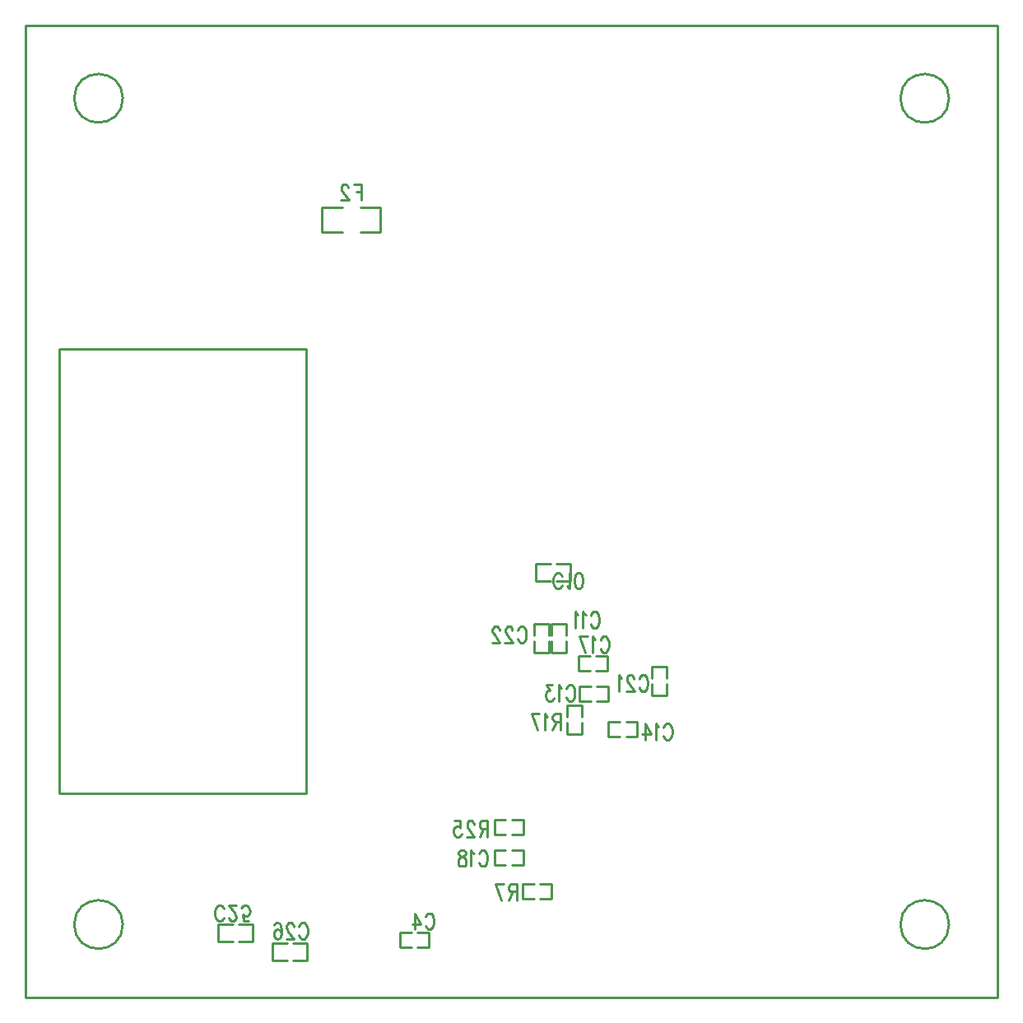
<source format=gbo>
*
*
G04 PADS VX.1.1 Build Number: 678707 generated Gerber (RS-274-X) file*
G04 PC Version=2.1*
*
%IN "opqbox2.pcb"*%
*
%MOIN*%
*
%FSLAX35Y35*%
*
*
*
*
G04 PC Standard Apertures*
*
*
G04 Thermal Relief Aperture macro.*
%AMTER*
1,1,$1,0,0*
1,0,$1-$2,0,0*
21,0,$3,$4,0,0,45*
21,0,$3,$4,0,0,135*
%
*
*
G04 Annular Aperture macro.*
%AMANN*
1,1,$1,0,0*
1,0,$2,0,0*
%
*
*
G04 Odd Aperture macro.*
%AMODD*
1,1,$1,0,0*
1,0,$1-0.005,0,0*
%
*
*
G04 PC Custom Aperture Macros*
*
*
*
*
*
*
G04 PC Aperture Table*
*
%ADD010C,0.001*%
%ADD013C,0.01*%
*
*
*
*
G04 PC Circuitry*
G04 Layer Name opqbox2.pcb - circuitry*
%LPD*%
*
*
G04 PC Custom Flashes*
G04 Layer Name opqbox2.pcb - flashes*
%LPD*%
*
*
G04 PC Circuitry*
G04 Layer Name opqbox2.pcb - circuitry*
%LPD*%
*
G54D10*
G54D13*
G01X228140Y409961D02*
X220090D01*
Y419961*
X228140*
X235640Y409961D02*
X243690D01*
Y419961*
X235640*
X311858Y244222D02*
Y239672D01*
X305858*
Y244222*
X311858Y246722D02*
Y251272D01*
X305858*
Y246722*
X318945Y244222D02*
Y239672D01*
X312945*
Y244222*
X318945Y246722D02*
Y251272D01*
X312945*
Y246722*
X331368Y225835D02*
X335918D01*
Y219835*
X331368*
X328868Y225835D02*
X324318D01*
Y219835*
X328868*
X340679Y205465D02*
X336129D01*
Y211465*
X340679*
X343179Y205465D02*
X347729D01*
Y211465*
X343179*
X319441Y213652D02*
Y218202D01*
X325441*
Y213652*
X319441Y211152D02*
Y206602D01*
X325441*
Y211152*
X330974Y238433D02*
X335524D01*
Y232433*
X330974*
X328474Y238433D02*
X323924D01*
Y232433*
X328474*
X359693Y226900D02*
Y222350D01*
X353693*
Y226900*
X359693Y229400D02*
Y233950D01*
X353693*
Y229400*
X113780Y362598D02*
Y182677D01*
X213780*
Y362598*
X113780*
X312580Y268547D02*
X306780D01*
Y275547*
X312580*
X314980Y268547D02*
X320780D01*
Y275547*
X314980*
X296919Y159693D02*
X301469D01*
Y153693*
X296919*
X294419Y159693D02*
X289869D01*
Y153693*
X294419*
X296919Y171898D02*
X301469D01*
Y165898*
X296919*
X294419Y171898D02*
X289869D01*
Y165898*
X294419*
X308337Y145913D02*
X312887D01*
Y139913*
X308337*
X305837Y145913D02*
X301287D01*
Y139913*
X305837*
X256230Y120228D02*
X251680D01*
Y126228*
X256230*
X258730Y120228D02*
X263280D01*
Y126228*
X258730*
X208287Y122004D02*
X214087D01*
Y115004*
X208287*
X205887Y122004D02*
X200087D01*
Y115004*
X205887*
X183839Y122484D02*
X178039D01*
Y129484*
X183839*
X186239Y122484D02*
X192039D01*
Y129484*
X186239*
X235827Y429397D02*
Y422835D01*
Y429397D02*
X232872D01*
X235827Y426272D02*
X234009D01*
X230599Y427835D02*
Y428147D01*
X230599D02*
X230372Y428772D01*
X230145Y429085*
X229690Y429397*
X228781*
X228327Y429085*
X228099Y428772*
X228099D02*
X227872Y428147D01*
Y427522*
X228099Y426897*
X228099D02*
X228554Y425960D01*
X230827Y422835*
X227645*
X299347Y248701D02*
X299574Y249326D01*
X300029Y249951*
X300483Y250263*
X301392*
X301847Y249951*
X302301Y249326*
X302529Y248701*
X302756Y247763*
Y246201*
X302529Y245263*
X302301Y244638*
X301847Y244013*
X301392Y243701*
X300483*
X300029Y244013*
X299574Y244638*
X299347Y245263*
X297074Y248701D02*
Y249013D01*
X296847Y249638*
X296620Y249951*
X296165Y250263*
X295256*
X294801Y249951*
X294574Y249638*
X294347Y249013*
Y248388*
X294574Y247763*
X295029Y246826*
X297301Y243701*
X294120*
X291847Y248701D02*
Y249013D01*
X291620Y249638*
X291392Y249951*
X290938Y250263*
X290029*
X289574Y249951*
X289347Y249638*
X289120Y249013*
Y248388*
X289347Y247763*
X289801Y246826*
X292074Y243701*
X288892*
X328874Y254606D02*
X329102Y255231D01*
X329556Y255856*
X330011Y256169*
X330920*
X331374Y255856*
X331829Y255231*
X332056Y254606*
X332283Y253669*
Y252106*
X332056Y251169*
X331829Y250544*
X331374Y249919*
X330920Y249606*
X330011*
X329556Y249919*
X329102Y250544*
X328874Y251169*
X326829Y254919D02*
X326374Y255231D01*
X325693Y256169*
Y249606*
X323647Y254919D02*
X323193Y255231D01*
X322511Y256169*
Y249606*
X319032Y225079D02*
X319259Y225704D01*
X319714Y226329*
X320168Y226641*
X321077*
X321532Y226329*
X321986Y225704*
X322214Y225079*
X322441Y224141*
Y222579*
X322214Y221641*
X321986Y221016*
X321532Y220391*
X321077Y220079*
X320168*
X319714Y220391*
X319259Y221016*
X319032Y221641*
X316986Y225391D02*
X316532Y225704D01*
X315850Y226641*
Y220079*
X313350Y226641D02*
X310850D01*
X312214Y224141*
X311532*
X311077Y223829*
X310850Y223516*
X310623Y222579*
Y221954*
X310850Y221016*
X311305Y220391*
X311986Y220079*
X312668*
X313350Y220391*
X313577Y220704*
X313805Y221329*
X358402Y209331D02*
X358629Y209956D01*
X359084Y210581*
X359538Y210893*
X360447*
X360902Y210581*
X361356Y209956*
X361584Y209331*
X361811Y208393*
Y206831*
X361584Y205893*
X361356Y205268*
X360902Y204643*
X360447Y204331*
X359538*
X359084Y204643*
X358629Y205268*
X358402Y205893*
X356356Y209643D02*
X355902Y209956D01*
X355220Y210893*
Y204331*
X350902Y210893D02*
X353175Y206518D01*
X349766*
X350902Y210893D02*
Y204331D01*
X316535Y214830D02*
Y208268D01*
Y214830D02*
X314490D01*
X313808Y214518*
X313581Y214205*
X313354Y213580*
Y212955*
X313581Y212330*
X313808Y212018*
X314490Y211705*
X316535*
X314945D02*
X313354Y208268D01*
X311308Y213580D02*
X310854Y213893D01*
X310172Y214830*
Y208268*
X304945Y214830D02*
X307217Y208268D01*
X308126Y214830D02*
X304945D01*
X332811Y244764D02*
X333039Y245389D01*
X333493Y246014*
X333948Y246326*
X334857*
X335311Y246014*
X335766Y245389*
X335993Y244764*
X336220Y243826*
Y242264*
X335993Y241326*
X335766Y240701*
X335311Y240076*
X334857Y239764*
X333948*
X333493Y240076*
X333039Y240701*
X332811Y241326*
X330766Y245076D02*
X330311Y245389D01*
X329630Y246326*
Y239764*
X324402Y246326D02*
X326675Y239764D01*
X327584Y246326D02*
X324402D01*
X348559Y229016D02*
X348787Y229641D01*
X349241Y230266*
X349696Y230578*
X350605*
X351059Y230266*
X351514Y229641*
X351741Y229016*
X351969Y228078*
Y226516*
X351741Y225578*
X351514Y224953*
X351059Y224328*
X350605Y224016*
X349696*
X349241Y224328*
X348787Y224953*
X348559Y225578*
X346287Y229016D02*
Y229328D01*
X346059Y229953*
X345832Y230266*
X345378Y230578*
X344469*
X344014Y230266*
X343787Y229953*
X343559Y229328*
Y228703*
X343787Y228078*
X344241Y227141*
X346514Y224016*
X343332*
X341287Y229328D02*
X340832Y229641D01*
X340150Y230578*
Y224016*
X317189Y267047D02*
X316961Y266422D01*
X316507Y265797*
X316052Y265485*
X315143*
X314689Y265797*
X314234Y266422*
X314007Y267047*
X313780Y267985*
Y269547*
X314007Y270485*
X314234Y271110*
X314689Y271735*
X315143Y272047*
X316052*
X316507Y271735*
X316961Y271110*
X317189Y270485*
X319234Y266735D02*
X319689Y266422D01*
X320370Y265485*
Y272047*
X323780Y265485D02*
X323098Y265797D01*
X322643Y266735*
X322416Y268297*
Y269235*
X322643Y270797*
X323098Y271735*
X323780Y272047*
X324234*
X324916Y271735*
X325370Y270797*
X325598Y269235*
Y268297*
X325370Y266735*
X324916Y265797*
X324234Y265485*
X323780*
X283599Y158150D02*
X283826Y158775D01*
X284281Y159400*
X284735Y159712*
X285644*
X286099Y159400*
X286553Y158775*
X286781Y158150*
X287008Y157212*
Y155650*
X286781Y154712*
X286553Y154087*
X286099Y153462*
X285644Y153150*
X284735*
X284281Y153462*
X283826Y154087*
X283599Y154712*
X281553Y158462D02*
X281099Y158775D01*
X280417Y159712*
Y153150*
X277235Y159712D02*
X277917Y159400D01*
X278144Y158775*
Y158150*
X277917Y157525*
X277462Y157212*
X276553Y156900*
X275872Y156587*
X275417Y155962*
X275190Y155337*
Y154400*
X275417Y153775*
X275644Y153462*
X276326Y153150*
X277235*
X277917Y153462*
X278144Y153775*
X278372Y154400*
Y155337*
X278144Y155962*
X277690Y156587*
X277008Y156900*
X276099Y157212*
X275644Y157525*
X275417Y158150*
Y158775*
X275644Y159400*
X276326Y159712*
X277235*
X287008Y171523D02*
Y164961D01*
Y171523D02*
X284962D01*
X284281Y171211*
X284053Y170898*
X283826Y170273*
Y169648*
X284053Y169023*
X284281Y168711*
X284962Y168398*
X287008*
X285417D02*
X283826Y164961D01*
X281553Y169961D02*
Y170273D01*
X281326Y170898*
X281099Y171211*
X280644Y171523*
X279735*
X279281Y171211*
X279053Y170898*
X278826Y170273*
Y169648*
X279053Y169023*
X279508Y168086*
X281781Y164961*
X278599*
X273599Y171523D02*
X275872D01*
X276099Y168711*
X275872Y169023*
X275190Y169336*
X274508*
X273826Y169023*
X273372Y168398*
X273144Y167461*
X273372Y166836*
X273599Y165898*
X274053Y165273*
X274735Y164961*
X275417*
X276099Y165273*
X276326Y165586*
X276553Y166211*
X298819Y145933D02*
Y139370D01*
Y145933D02*
X296773D01*
X296092Y145620*
X295864Y145308*
X295637Y144683*
Y144058*
X295864Y143433*
X296092Y143120*
X296773Y142808*
X298819*
X297228D02*
X295637Y139370D01*
X290410Y145933D02*
X292683Y139370D01*
X293592Y145933D02*
X290410D01*
X261945Y132559D02*
X262173Y133184D01*
X262627Y133809*
X263082Y134122*
X263991*
X264445Y133809*
X264900Y133184*
X265127Y132559*
X265354Y131622*
Y130059*
X265127Y129122*
X264900Y128497*
X264445Y127872*
X263991Y127559*
X263082*
X262627Y127872*
X262173Y128497*
X261945Y129122*
X257627Y134122D02*
X259900Y129747D01*
X256491*
X257627Y134122D02*
Y127559D01*
X210764Y128622D02*
X210991Y129247D01*
X211446Y129872*
X211901Y130185*
X211901D02*
X212810D01*
X213264Y129872*
X213719Y129247*
X213946Y128622*
X214173Y127685*
Y126122*
X213946Y125185*
X213719Y124560*
X213264Y123935*
X212810Y123622*
X211901*
X211901D02*
X211446Y123935D01*
X210991Y124560*
X210764Y125185*
X208491Y128622D02*
Y128935D01*
X208264Y129560*
X208037Y129872*
X207582Y130185*
X206673*
X206219Y129872*
X205991Y129560*
X205764Y128935*
Y128310*
X205991Y127685*
X206446Y126747*
X208719Y123622*
X205537*
X200764Y129247D02*
X200991Y129872D01*
X201673Y130185*
X202128*
X202810Y129872*
X203264Y128935*
X203491Y127372*
Y125810*
X203264Y124560*
X202810Y123935*
X202128Y123622*
X201901*
X201901D02*
X201219Y123935D01*
X200764Y124560*
X200537Y125497*
Y125810*
X200764Y126747*
X201219Y127372*
X201901Y127685*
X201901D02*
X202128D01*
X202810Y127372*
X203264Y126747*
X203491Y125810*
X180181Y132402D02*
X179953Y131777D01*
X179499Y131152*
X179044Y130839*
X178135*
X177681Y131152*
X177226Y131777*
X176999Y132402*
X176772Y133339*
Y134902*
X176999Y135839*
X177226Y136464*
X177681Y137089*
X178135Y137402*
X179044*
X179499Y137089*
X179953Y136464*
X180181Y135839*
X182453Y132402D02*
Y132089D01*
X182681Y131464*
X182908Y131152*
X183363Y130839*
X184272*
X184726Y131152*
X184953Y131464*
X185181Y132089*
Y132714*
X184953Y133339*
X184499Y134277*
X182226Y137402*
X185408*
X190408Y130839D02*
X188135D01*
X187908Y133652*
X188135Y133339*
X188817Y133027*
X189499*
X190181Y133339*
X190635Y133964*
X190863Y134902*
X190635Y135527*
X190408Y136464*
X189953Y137089*
X189272Y137402*
X188590*
X187908Y137089*
X187681Y136777*
X187453Y136152*
X100000Y100000D02*
Y493701D01*
X493701*
Y100000*
X100000*
X139370Y129528D02*
G75*
G03X139370I-9842J0D01*
G01X474016D02*
G03X474016I-9843J0D01*
G01Y464173D02*
G03X474016I-9843J0D01*
G01X139370D02*
G03X139370I-9842J0D01*
G74*
G01X0Y0D02*
M02*

</source>
